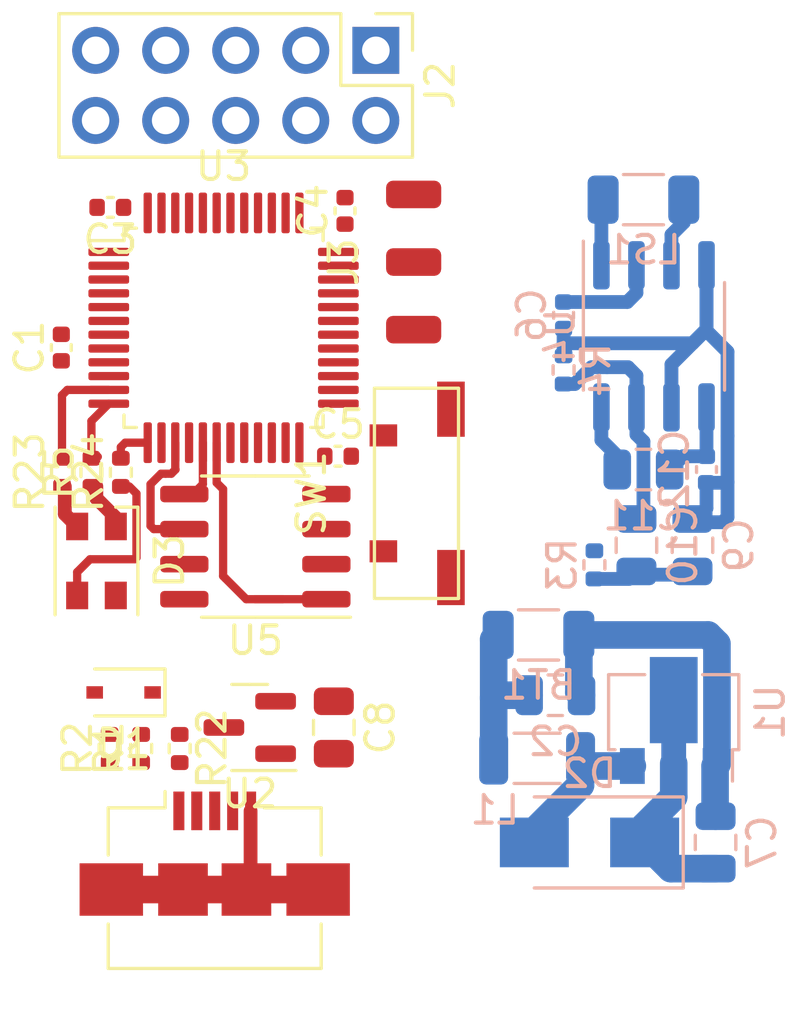
<source format=kicad_pcb>
(kicad_pcb (version 20211014) (generator pcbnew)
  (layers (0 "F.Cu" signal) (31 "B.Cu" signal) (34 "B.Paste" user) (35 "F.Paste" user) (36 "B.SilkS" user "B.Silkscreen") (37 "F.SilkS" user "F.Silkscreen") (38 "B.Mask" user) (39 "F.Mask" user) (44 "Edge.Cuts" user))
  (net 0 "")
  (net 1 "Net-(BT1-Pad1)")
  (net 2 "GND")
  (net 3 "+3.3V")
  (net 4 "+5V")
  (net 5 "Net-(C10-Pad1)")
  (net 6 "Net-(C10-Pad2)")
  (net 7 "Net-(C11-Pad1)")
  (net 8 "Net-(C11-Pad2)")
  (net 9 "Net-(D1-Pad2)")
  (net 10 "Net-(D2-Pad2)")
  (net 11 "Net-(D3-Pad1)")
  (net 12 "Net-(D3-Pad2)")
  (net 13 "Net-(D3-Pad3)")
  (net 14 "Net-(J1-Pad2)")
  (net 15 "Net-(J1-Pad3)")
  (net 17 "Net-(LS1-Pad1)")
  (net 18 "Net-(LS1-Pad2)")
  (net 19 "Net-(R1-Pad2)")
  (net 20 "Net-(R2-Pad2)")
  (net 21 "Net-(SW1-Pad2)")
  (net 42 "Net-(U3-Pad16)")
  (net 43 "Net-(U3-Pad18)")
  (net 44 "Net-(U3-Pad39)")
  (net 45 "Net-(U3-Pad40)")
  (net 46 "Net-(U3-Pad41)")
  (net 47 "Net-(U3-Pad42)")
  (net 48 "Net-(U3-Pad43)")
  (net 49 "Net-(U3-Pad19)")
  (net 50 "Net-(U3-Pad12)")
  (net 51 "Net-(U3-Pad13)")
  (net 52 "Net-(U3-Pad11)")
  (net 53 "Net-(U3-Pad15)")
  (net 54 "Net-(U3-Pad17)")
  (net 55 "Net-(U3-Pad34)")
  (net 56 "Net-(U3-Pad37)")
  (footprint "Capacitor_SMD:C_0805_2012Metric" (layer "F.Cu") (at 125.8316 77.0128 -90)
    (fp_text reference "C8" (at 0 -1.68 90) (layer "F.SilkS"))
    (fp_text value "10uF")
    (fp_line (start -0.261252 -0.735) (end 0.261252 -0.735) (layer "F.SilkS") (width 0.12))
    (fp_line (start -0.261252 0.735) (end 0.261252 0.735) (layer "F.SilkS") (width 0.12))
    (pad "1" smd roundrect (at -0.95 0 270) (size 1 1.45) (layers "F.Cu" "F.Paste" "F.Mask") (net 3 "+3.3V"))
    (pad "2" smd roundrect (at 0.95 0 270) (size 1 1.45) (layers "F.Cu" "F.Paste" "F.Mask") (net 2 "GND"))
  )
  (footprint "Capacitor_SMD:C_0402_1005Metric" (layer "F.Cu") (at 115.951 63.246 90)
    (fp_text reference "C1" (at 0 -1.16 90) (layer "F.SilkS"))
    (fp_text value "0.1uF")
    (fp_line (start -0.107836 0.36) (end 0.107836 0.36) (layer "F.SilkS") (width 0.12))
    (fp_line (start -0.107836 -0.36) (end 0.107836 -0.36) (layer "F.SilkS") (width 0.12))
    (pad "1" smd roundrect (at -0.48 0 90) (size 0.56 0.62) (layers "F.Cu" "F.Paste" "F.Mask") (net 3 "+3.3V"))
    (pad "2" smd roundrect (at 0.48 0 90) (size 0.56 0.62) (layers "F.Cu" "F.Paste" "F.Mask") (net 2 "GND"))
  )
  (footprint "Capacitor_SMD:C_0402_1005Metric" (layer "F.Cu") (at 125.984 67.183)
    (fp_text reference "C5" (at 0 -1.16) (layer "F.SilkS"))
    (fp_text value "0.1uF")
    (fp_line (start -0.107836 -0.36) (end 0.107836 -0.36) (layer "F.SilkS") (width 0.12))
    (fp_line (start -0.107836 0.36) (end 0.107836 0.36) (layer "F.SilkS") (width 0.12))
    (pad "1" smd roundrect (at -0.48 0) (size 0.56 0.62) (layers "F.Cu" "F.Paste" "F.Mask") (net 3 "+3.3V"))
    (pad "2" smd roundrect (at 0.48 0) (size 0.56 0.62) (layers "F.Cu" "F.Paste" "F.Mask") (net 2 "GND"))
  )
  (footprint "Resistor_SMD:R_0402_1005Metric" (layer "F.Cu") (at 120.2436 77.7748 -90)
    (fp_text reference "R22" (at 0 -1.17 90) (layer "F.SilkS"))
    (fp_text value "10k")
    (fp_line (start -0.153641 -0.38) (end 0.153641 -0.38) (layer "F.SilkS") (width 0.12))
    (fp_line (start -0.153641 0.38) (end 0.153641 0.38) (layer "F.SilkS") (width 0.12))
    (pad "1" smd roundrect (at -0.51 0 270) (size 0.54 0.64) (layers "F.Cu" "F.Paste" "F.Mask") (net 4 "+5V"))
    (pad "2" smd roundrect (at 0.51 0 270) (size 0.54 0.64) (layers "F.Cu" "F.Paste" "F.Mask") (net 19 "Net-(R1-Pad2)"))
  )
  (footprint "Resistor_SMD:R_0402_1005Metric" (layer "F.Cu") (at 115.9764 67.7672 90)
    (fp_text reference "R23" (at 0 -1.17 90) (layer "F.SilkS"))
    (fp_text value "30")
    (fp_line (start -0.153641 0.38) (end 0.153641 0.38) (layer "F.SilkS") (width 0.12))
    (fp_line (start -0.153641 -0.38) (end 0.153641 -0.38) (layer "F.SilkS") (width 0.12))
    (pad "1" smd roundrect (at -0.51 0 90) (size 0.54 0.64) (layers "F.Cu" "F.Paste" "F.Mask") (net 12 "Net-(D3-Pad2)"))
    (pad "2" smd roundrect (at 0.51 0 90) (size 0.54 0.64) (layers "F.Cu" "F.Paste" "F.Mask") (net 52 "Net-(U3-Pad11)"))
  )
  (footprint "belkin:3WIRE_PADS" (layer "F.Cu") (at 128.7272 60.1472 90)
    (fp_text reference "J3" (at 0 -2.54 90) (layer "F.SilkS"))
    (fp_text value "swd")
    (pad "1" smd roundrect (at -2.45 0 90) (size 1 2) (layers "F.Cu" "F.Paste" "F.Mask") (net 55 "Net-(U3-Pad34)"))
    (pad "2" smd roundrect (at 0 0 90) (size 1 2) (layers "F.Cu" "F.Paste" "F.Mask") (net 2 "GND"))
    (pad "3" smd roundrect (at 2.45 0 90) (size 1 2) (layers "F.Cu" "F.Paste" "F.Mask") (net 56 "Net-(U3-Pad37)"))
  )
  (footprint "Package_QFP:LQFP-48_7x7mm_P0.5mm" (layer "F.Cu") (at 121.834 62.53)
    (fp_text reference "U3" (at 0 -5.85) (layer "F.SilkS"))
    (fp_text value "STM32F103C6Tx")
    (fp_line (start 3.16 3.61) (end 3.61 3.61) (layer "F.SilkS") (width 0.12))
    (fp_line (start 3.16 -3.61) (end 3.61 -3.61) (layer "F.SilkS") (width 0.12))
    (fp_line (start -3.61 3.61) (end -3.61 3.16) (layer "F.SilkS") (width 0.12))
    (fp_line (start -3.16 3.61) (end -3.61 3.61) (layer "F.SilkS") (width 0.12))
    (fp_line (start 3.61 3.61) (end 3.61 3.16) (layer "F.SilkS") (width 0.12))
    (fp_line (start -3.61 -3.61) (end -3.61 -3.16) (layer "F.SilkS") (width 0.12))
    (fp_line (start 3.61 -3.61) (end 3.61 -3.16) (layer "F.SilkS") (width 0.12))
    (fp_line (start -3.61 -3.16) (end -4.9 -3.16) (layer "F.SilkS") (width 0.12))
    (fp_line (start -3.16 -3.61) (end -3.61 -3.61) (layer "F.SilkS") (width 0.12))
    (pad "1" smd roundrect (at -4.1625 -2.75) (size 1.475 0.3) (layers "F.Cu" "F.Paste" "F.Mask") (net 3 "+3.3V"))
    (pad "2" smd roundrect (at -4.1625 -2.25) (size 1.475 0.3) (layers "F.Cu" "F.Paste" "F.Mask"))
    (pad "3" smd roundrect (at -4.1625 -1.75) (size 1.475 0.3) (layers "F.Cu" "F.Paste" "F.Mask"))
    (pad "4" smd roundrect (at -4.1625 -1.25) (size 1.475 0.3) (layers "F.Cu" "F.Paste" "F.Mask"))
    (pad "5" smd roundrect (at -4.1625 -0.75) (size 1.475 0.3) (layers "F.Cu" "F.Paste" "F.Mask"))
    (pad "6" smd roundrect (at -4.1625 -0.25) (size 1.475 0.3) (layers "F.Cu" "F.Paste" "F.Mask"))
    (pad "7" smd roundrect (at -4.1625 0.25) (size 1.475 0.3) (layers "F.Cu" "F.Paste" "F.Mask"))
    (pad "8" smd roundrect (at -4.1625 0.75) (size 1.475 0.3) (layers "F.Cu" "F.Paste" "F.Mask") (net 2 "GND"))
    (pad "9" smd roundrect (at -4.1625 1.25) (size 1.475 0.3) (layers "F.Cu" "F.Paste" "F.Mask") (net 3 "+3.3V"))
    (pad "10" smd roundrect (at -4.1625 1.75) (size 1.475 0.3) (layers "F.Cu" "F.Paste" "F.Mask"))
    (pad "11" smd roundrect (at -4.1625 2.25) (size 1.475 0.3) (layers "F.Cu" "F.Paste" "F.Mask") (net 52 "Net-(U3-Pad11)"))
    (pad "12" smd roundrect (at -4.1625 2.75) (size 1.475 0.3) (layers "F.Cu" "F.Paste" "F.Mask") (net 50 "Net-(U3-Pad12)"))
    (pad "13" smd roundrect (at -2.75 4.1625) (size 0.3 1.475) (layers "F.Cu" "F.Paste" "F.Mask") (net 51 "Net-(U3-Pad13)"))
    (pad "14" smd roundrect (at -2.25 4.1625) (size 0.3 1.475) (layers "F.Cu" "F.Paste" "F.Mask"))
    (pad "15" smd roundrect (at -1.75 4.1625) (size 0.3 1.475) (layers "F.Cu" "F.Paste" "F.Mask") (net 53 "Net-(U3-Pad15)"))
    (pad "16" smd roundrect (at -1.25 4.1625) (size 0.3 1.475) (layers "F.Cu" "F.Paste" "F.Mask") (net 42 "Net-(U3-Pad16)"))
    (pad "17" smd roundrect (at -0.75 4.1625) (size 0.3 1.475) (layers "F.Cu" "F.Paste" "F.Mask") (net 54 "Net-(U3-Pad17)"))
    (pad "18" smd roundrect (at -0.25 4.1625) (size 0.3 1.475) (layers "F.Cu" "F.Paste" "F.Mask") (net 43 "Net-(U3-Pad18)"))
    (pad "19" smd roundrect (at 0.25 4.1625) (size 0.3 1.475) (layers "F.Cu" "F.Paste" "F.Mask") (net 49 "Net-(U3-Pad19)"))
    (pad "20" smd roundrect (at 0.75 4.1625) (size 0.3 1.475) (layers "F.Cu" "F.Paste" "F.Mask"))
    (pad "21" smd roundrect (at 1.25 4.1625) (size 0.3 1.475) (layers "F.Cu" "F.Paste" "F.Mask"))
    (pad "22" smd roundrect (at 1.75 4.1625) (size 0.3 1.475) (layers "F.Cu" "F.Paste" "F.Mask"))
    (pad "23" smd roundrect (at 2.25 4.1625) (size 0.3 1.475) (layers "F.Cu" "F.Paste" "F.Mask") (net 2 "GND"))
    (pad "24" smd roundrect (at 2.75 4.1625) (size 0.3 1.475) (layers "F.Cu" "F.Paste" "F.Mask") (net 3 "+3.3V"))
    (pad "25" smd roundrect (at 4.1625 2.75) (size 1.475 0.3) (layers "F.Cu" "F.Paste" "F.Mask"))
    (pad "26" smd roundrect (at 4.1625 2.25) (size 1.475 0.3) (layers "F.Cu" "F.Paste" "F.Mask"))
    (pad "27" smd roundrect (at 4.1625 1.75) (size 1.475 0.3) (layers "F.Cu" "F.Paste" "F.Mask"))
    (pad "28" smd roundrect (at 4.1625 1.25) (size 1.475 0.3) (layers "F.Cu" "F.Paste" "F.Mask"))
    (pad "29" smd roundrect (at 4.1625 0.75) (size 1.475 0.3) (layers "F.Cu" "F.Paste" "F.Mask"))
    (pad "30" smd roundrect (at 4.1625 0.25) (size 1.475 0.3) (layers "F.Cu" "F.Paste" "F.Mask"))
    (pad "31" smd roundrect (at 4.1625 -0.25) (size 1.475 0.3) (layers "F.Cu" "F.Paste" "F.Mask"))
    (pad "32" smd roundrect (at 4.1625 -0.75) (size 1.475 0.3) (layers "F.Cu" "F.Paste" "F.Mask") (net 20 "Net-(R2-Pad2)"))
    (pad "33" smd roundrect (at 4.1625 -1.25) (size 1.475 0.3) (layers "F.Cu" "F.Paste" "F.Mask") (net 19 "Net-(R1-Pad2)"))
    (pad "34" smd roundrect (at 4.1625 -1.75) (size 1.475 0.3) (layers "F.Cu" "F.Paste" "F.Mask") (net 55 "Net-(U3-Pad34)"))
    (pad "35" smd roundrect (at 4.1625 -2.25) (size 1.475 0.3) (layers "F.Cu" "F.Paste" "F.Mask") (net 2 "GND"))
    (pad "36" smd roundrect (at 4.1625 -2.75) (size 1.475 0.3) (layers "F.Cu" "F.Paste" "F.Mask") (net 3 "+3.3V"))
    (pad "37" smd roundrect (at 2.75 -4.1625) (size 0.3 1.475) (layers "F.Cu" "F.Paste" "F.Mask") (net 56 "Net-(U3-Pad37)"))
    (pad "38" smd roundrect (at 2.25 -4.1625) (size 0.3 1.475) (layers "F.Cu" "F.Paste" "F.Mask"))
    (pad "39" smd roundrect (at 1.75 -4.1625) (size 0.3 1.475) (layers "F.Cu" "F.Paste" "F.Mask") (net 44 "Net-(U3-Pad39)"))
    (pad "40" smd roundrect (at 1.25 -4.1625) (size 0.3 1.475) (layers "F.Cu" "F.Paste" "F.Mask") (net 45 "Net-(U3-Pad40)"))
    (pad "41" smd roundrect (at 0.75 -4.1625) (size 0.3 1.475) (layers "F.Cu" "F.Paste" "F.Mask") (net 46 "Net-(U3-Pad41)"))
    (pad "42" smd roundrect (at 0.25 -4.1625) (size 0.3 1.475) (layers "F.Cu" "F.Paste" "F.Mask") (net 47 "Net-(U3-Pad42)"))
    (pad "43" smd roundrect (at -0.25 -4.1625) (size 0.3 1.475) (layers "F.Cu" "F.Paste" "F.Mask") (net 48 "Net-(U3-Pad43)"))
    (pad "44" smd roundrect (at -0.75 -4.1625) (size 0.3 1.475) (layers "F.Cu" "F.Paste" "F.Mask") (net 2 "GND"))
    (pad "45" smd roundrect (at -1.25 -4.1625) (size 0.3 1.475) (layers "F.Cu" "F.Paste" "F.Mask"))
    (pad "46" smd roundrect (at -1.75 -4.1625) (size 0.3 1.475) (layers "F.Cu" "F.Paste" "F.Mask") (net 21 "Net-(SW1-Pad2)"))
    (pad "47" smd roundrect (at -2.25 -4.1625) (size 0.3 1.475) (layers "F.Cu" "F.Paste" "F.Mask") (net 2 "GND"))
    (pad "48" smd roundrect (at -2.75 -4.1625) (size 0.3 1.475) (layers "F.Cu" "F.Paste" "F.Mask") (net 3 "+3.3V"))
  )
  (footprint "Package_TO_SOT_SMD:SOT-23" (layer "F.Cu") (at 122.7836 77.0128 180)
    (fp_text reference "U2" (at 0 -2.4) (layer "F.SilkS"))
    (fp_text value "XC6206P333MR")
    (fp_line (start 0 -1.56) (end 0.65 -1.56) (layer "F.SilkS") (width 0.12))
    (fp_line (start 0 1.56) (end -0.65 1.56) (layer "F.SilkS") (width 0.12))
    (fp_line (start 0 -1.56) (end -1.675 -1.56) (layer "F.SilkS") (width 0.12))
    (fp_line (start 0 1.56) (end 0.65 1.56) (layer "F.SilkS") (width 0.12))
    (pad "1" smd roundrect (at -0.9375 -0.95 180) (size 1.475 0.6) (layers "F.Cu" "F.Paste" "F.Mask") (net 2 "GND"))
    (pad "2" smd roundrect (at -0.9375 0.95 180) (size 1.475 0.6) (layers "F.Cu" "F.Paste" "F.Mask") (net 3 "+3.3V"))
    (pad "3" smd roundrect (at 0.9375 0 180) (size 1.475 0.6) (layers "F.Cu" "F.Paste" "F.Mask") (net 4 "+5V"))
  )
  (footprint "Resistor_SMD:R_0402_1005Metric" (layer "F.Cu") (at 118.8466 77.7748 90)
    (fp_text reference "R1" (at 0 -1.17 90) (layer "F.SilkS"))
    (fp_text value "30")
    (fp_line (start -0.153641 -0.38) (end 0.153641 -0.38) (layer "F.SilkS") (width 0.12))
    (fp_line (start -0.153641 0.38) (end 0.153641 0.38) (layer "F.SilkS") (width 0.12))
    (pad "1" smd roundrect (at -0.51 0 90) (size 0.54 0.64) (layers "F.Cu" "F.Paste" "F.Mask") (net 15 "Net-(J1-Pad3)"))
    (pad "2" smd roundrect (at 0.51 0 90) (size 0.54 0.64) (layers "F.Cu" "F.Paste" "F.Mask") (net 19 "Net-(R1-Pad2)"))
  )
  (footprint "Resistor_SMD:R_0402_1005Metric" (layer "F.Cu") (at 117.0432 67.7672 90)
    (fp_text reference "R5" (at 0 -1.17 90) (layer "F.SilkS"))
    (fp_text value "30")
    (fp_line (start -0.153641 -0.38) (end 0.153641 -0.38) (layer "F.SilkS") (width 0.12))
    (fp_line (start -0.153641 0.38) (end 0.153641 0.38) (layer "F.SilkS") (width 0.12))
    (pad "1" smd roundrect (at -0.51 0 90) (size 0.54 0.64) (layers "F.Cu" "F.Paste" "F.Mask") (net 11 "Net-(D3-Pad1)"))
    (pad "2" smd roundrect (at 0.51 0 90) (size 0.54 0.64) (layers "F.Cu" "F.Paste" "F.Mask") (net 50 "Net-(U3-Pad12)"))
  )
  (footprint "Resistor_SMD:R_0402_1005Metric" (layer "F.Cu") (at 117.7036 77.7748 90)
    (fp_text reference "R2" (at 0 -1.17 90) (layer "F.SilkS"))
    (fp_text value "30")
    (fp_line (start -0.153641 -0.38) (end 0.153641 -0.38) (layer "F.SilkS") (width 0.12))
    (fp_line (start -0.153641 0.38) (end 0.153641 0.38) (layer "F.SilkS") (width 0.12))
    (pad "1" smd roundrect (at -0.51 0 90) (size 0.54 0.64) (layers "F.Cu" "F.Paste" "F.Mask") (net 14 "Net-(J1-Pad2)"))
    (pad "2" smd roundrect (at 0.51 0 90) (size 0.54 0.64) (layers "F.Cu" "F.Paste" "F.Mask") (net 20 "Net-(R2-Pad2)"))
  )
  (footprint "Capacitor_SMD:C_0402_1005Metric" (layer "F.Cu") (at 126.238 58.293 90)
    (fp_text reference "C4" (at 0 -1.16 90) (layer "F.SilkS"))
    (fp_text value "0.1uF")
    (fp_line (start -0.107836 -0.36) (end 0.107836 -0.36) (layer "F.SilkS") (width 0.12))
    (fp_line (start -0.107836 0.36) (end 0.107836 0.36) (layer "F.SilkS") (width 0.12))
    (pad "1" smd roundrect (at -0.48 0 90) (size 0.56 0.62) (layers "F.Cu" "F.Paste" "F.Mask") (net 3 "+3.3V"))
    (pad "2" smd roundrect (at 0.48 0 90) (size 0.56 0.62) (layers "F.Cu" "F.Paste" "F.Mask") (net 2 "GND"))
  )
  (footprint "Diode_SMD:D_SOD-323" (layer "F.Cu") (at 118.2116 75.7428 180)
    (fp_text reference "D1" (at 0 -1.85) (layer "F.SilkS"))
    (fp_text value "1N5822")
    (fp_line (start -1.5 -0.85) (end -1.5 0.85) (layer "F.SilkS") (width 0.12))
    (fp_line (start -1.5 -0.85) (end 1.05 -0.85) (layer "F.SilkS") (width 0.12))
    (fp_line (start -1.5 0.85) (end 1.05 0.85) (layer "F.SilkS") (width 0.12))
    (pad "1" smd rect (at -1.05 0 180) (size 0.6 0.45) (layers "F.Cu" "F.Paste" "F.Mask") (net 4 "+5V"))
    (pad "2" smd rect (at 1.05 0 180) (size 0.6 0.45) (layers "F.Cu" "F.Paste" "F.Mask") (net 9 "Net-(D1-Pad2)"))
  )
  (footprint "belkin:smd_sw_ali" (layer "F.Cu") (at 128.8288 68.5292 -90)
    (fp_text reference "SW1" (at 0 3.81 90) (layer "F.SilkS"))
    (fp_text value "menu")
    (fp_line (start -3.81 -1.524) (end 3.81 -1.524) (layer "F.SilkS") (width 0.12))
    (fp_line (start -3.81 1.524) (end -3.81 -1.524) (layer "F.SilkS") (width 0.12))
    (fp_line (start 3.81 -1.524) (end 3.81 1.524) (layer "F.SilkS") (width 0.12))
    (fp_line (start 3.81 1.524) (end -3.81 1.524) (layer "F.SilkS") (width 0.12))
    (pad "0" smd rect (at -3.05 -1.25 270) (size 2 1) (layers "F.Cu" "F.Paste" "F.Mask"))
    (pad "0" smd rect (at 3.05 -1.25 270) (size 2 1) (layers "F.Cu" "F.Paste" "F.Mask"))
    (pad "1" smd rect (at -2.1 1.2 270) (size 0.8 1) (layers "F.Cu" "F.Paste" "F.Mask") (net 2 "GND"))
    (pad "2" smd rect (at 2.1 1.2 270) (size 0.8 1) (layers "F.Cu" "F.Paste" "F.Mask") (net 21 "Net-(SW1-Pad2)"))
  )
  (footprint "Resistor_SMD:R_0402_1005Metric" (layer "F.Cu") (at 118.11 67.7672 90)
    (fp_text reference "R24" (at 0 -1.17 90) (layer "F.SilkS"))
    (fp_text value "30")
    (fp_line (start -0.153641 0.38) (end 0.153641 0.38) (layer "F.SilkS") (width 0.12))
    (fp_line (start -0.153641 -0.38) (end 0.153641 -0.38) (layer "F.SilkS") (width 0.12))
    (pad "1" smd roundrect (at -0.51 0 90) (size 0.54 0.64) (layers "F.Cu" "F.Paste" "F.Mask") (net 13 "Net-(D3-Pad3)"))
    (pad "2" smd roundrect (at 0.51 0 90) (size 0.54 0.64) (layers "F.Cu" "F.Paste" "F.Mask") (net 51 "Net-(U3-Pad13)"))
  )
  (footprint "Package_SO:SO-8_3.9x4.9mm_P1.27mm" (layer "F.Cu") (at 122.9868 70.4596 180)
    (fp_text reference "U5" (at 0 -3.4) (layer "F.SilkS"))
    (fp_text value "AT25xxx")
    (fp_line (start 0 -2.56) (end -3.45 -2.56) (layer "F.SilkS") (width 0.12))
    (fp_line (start 0 2.56) (end 1.95 2.56) (layer "F.SilkS") (width 0.12))
    (fp_line (start 0 2.56) (end -1.95 2.56) (layer "F.SilkS") (width 0.12))
    (fp_line (start 0 -2.56) (end 1.95 -2.56) (layer "F.SilkS") (width 0.12))
    (pad "1" smd roundrect (at -2.575 -1.905 180) (size 1.75 0.6) (layers "F.Cu" "F.Paste" "F.Mask") (net 43 "Net-(U3-Pad18)"))
    (pad "2" smd roundrect (at -2.575 -0.635 180) (size 1.75 0.6) (layers "F.Cu" "F.Paste" "F.Mask") (net 42 "Net-(U3-Pad16)"))
    (pad "3" smd roundrect (at -2.575 0.635 180) (size 1.75 0.6) (layers "F.Cu" "F.Paste" "F.Mask") (net 3 "+3.3V"))
    (pad "4" smd roundrect (at -2.575 1.905 180) (size 1.75 0.6) (layers "F.Cu" "F.Paste" "F.Mask") (net 2 "GND"))
    (pad "5" smd roundrect (at 2.575 1.905 180) (size 1.75 0.6) (layers "F.Cu" "F.Paste" "F.Mask") (net 54 "Net-(U3-Pad17)"))
    (pad "6" smd roundrect (at 2.575 0.635 180) (size 1.75 0.6) (layers "F.Cu" "F.Paste" "F.Mask") (net 53 "Net-(U3-Pad15)"))
    (pad "7" smd roundrect (at 2.575 -0.635 180) (size 1.75 0.6) (layers "F.Cu" "F.Paste" "F.Mask") (net 3 "+3.3V"))
    (pad "8" smd roundrect (at 2.575 -1.905 180) (size 1.75 0.6) (layers "F.Cu" "F.Paste" "F.Mask") (net 3 "+3.3V"))
  )
  (footprint "Capacitor_SMD:C_0402_1005Metric" (layer "F.Cu") (at 117.729 58.166 180)
    (fp_text reference "C3" (at 0 -1.16) (layer "F.SilkS"))
    (fp_text value "0.1uF")
    (fp_line (start -0.107836 0.36) (end 0.107836 0.36) (layer "F.SilkS") (width 0.12))
    (fp_line (start -0.107836 -0.36) (end 0.107836 -0.36) (layer "F.SilkS") (width 0.12))
    (pad "1" smd roundrect (at -0.48 0 180) (size 0.56 0.62) (layers "F.Cu" "F.Paste" "F.Mask") (net 3 "+3.3V"))
    (pad "2" smd roundrect (at 0.48 0 180) (size 0.56 0.62) (layers "F.Cu" "F.Paste" "F.Mask") (net 2 "GND"))
  )
  (footprint "Connector_USB:USB_Micro-B_Amphenol_10104110_Horizontal" (layer "F.Cu") (at 121.5136 81.5848)
    (fp_text reference "J1" (at -3.175 -3.55) (layer "F.SilkS"))
    (fp_text value "upd_song")
    (fp_line (start -3.86 -1.66) (end -1.8 -1.66) (layer "F.SilkS") (width 0.12))
    (fp_line (start 3.86 0.05) (end 3.86 -1.66) (layer "F.SilkS") (width 0.12))
    (fp_line (start 3.86 -1.66) (end 1.8 -1.66) (layer "F.SilkS") (width 0.12))
    (fp_line (start 3.86 4.16) (end 3.86 2.55) (layer "F.SilkS") (width 0.12))
    (fp_line (start -3.86 0.05) (end -3.86 -1.66) (layer "F.SilkS") (width 0.12))
    (fp_line (start -1.8 -1.66) (end -1.8 -2.25) (layer "F.SilkS") (width 0.12))
    (fp_line (start -3.86 4.16) (end -3.86 2.55) (layer "F.SilkS") (width 0.12))
    (fp_line (start -3.86 4.16) (end 3.86 4.16) (layer "F.SilkS") (width 0.12))
    (pad "1" smd rect (at -1.3 -1.55) (size 0.4 1.4) (layers "F.Cu" "F.Paste" "F.Mask") (net 9 "Net-(D1-Pad2)"))
    (pad "2" smd rect (at -0.65 -1.55) (size 0.4 1.4) (layers "F.Cu" "F.Paste" "F.Mask") (net 14 "Net-(J1-Pad2)"))
    (pad "3" smd rect (at 0 -1.55) (size 0.4 1.4) (layers "F.Cu" "F.Paste" "F.Mask") (net 15 "Net-(J1-Pad3)"))
    (pad "4" smd rect (at 0.65 -1.55) (size 0.4 1.4) (layers "F.Cu" "F.Paste" "F.Mask"))
    (pad "5" smd rect (at 1.3 -1.55) (size 0.4 1.4) (layers "F.Cu" "F.Paste" "F.Mask") (net 2 "GND"))
    (pad "6" smd rect (at 3.75 1.3) (size 2.3 1.9) (layers "F.Cu" "F.Paste" "F.Mask") (net 2 "GND"))
    (pad "6" smd rect (at -3.75 1.3) (size 2.3 1.9) (layers "F.Cu" "F.Paste" "F.Mask") (net 2 "GND"))
    (pad "6" smd rect (at -1.15 1.3) (size 1.8 1.9) (layers "F.Cu" "F.Paste" "F.Mask") (net 2 "GND"))
    (pad "6" smd rect (at 1.15 1.3) (size 1.8 1.9) (layers "F.Cu" "F.Paste" "F.Mask") (net 2 "GND"))
  )
  (footprint "Connector_PinHeader_2.54mm:PinHeader_2x05_P2.54mm_Vertical" (layer "F.Cu") (at 127.3556 52.4764 -90)
    (fp_text reference "J2" (at 1.27 -2.33 -90) (layer "F.SilkS"))
    (fp_text value "select")
    (fp_line (start -1.33 0) (end -1.33 -1.33) (layer "F.SilkS") (width 0.12))
    (fp_line (start -1.33 1.27) (end -1.33 11.49) (layer "F.SilkS") (width 0.12))
    (fp_line (start 1.27 1.27) (end 1.27 -1.33) (layer "F.SilkS") (width 0.12))
    (fp_line (start -1.33 1.27) (end 1.27 1.27) (layer "F.SilkS") (width 0.12))
    (fp_line (start 1.27 -1.33) (end 3.87 -1.33) (layer "F.SilkS") (width 0.12))
    (fp_line (start 3.87 -1.33) (end 3.87 11.49) (layer "F.SilkS") (width 0.12))
    (fp_line (start -1.33 -1.33) (end 0 -1.33) (layer "F.SilkS") (width 0.12))
    (fp_line (start -1.33 11.49) (end 3.87 11.49) (layer "F.SilkS") (width 0.12))
    (pad "1" thru_hole rect (at 0 0 270) (size 1.7 1.7) (drill 1) (layers *.Cu *.Mask) (net 2 "GND"))
    (pad "2" thru_hole oval (at 2.54 0 270) (size 1.7 1.7) (drill 1) (layers *.Cu *.Mask) (net 44 "Net-(U3-Pad39)"))
    (pad "3" thru_hole oval (at 0 2.54 270) (size 1.7 1.7) (drill 1) (layers *.Cu *.Mask) (net 2 "GND"))
    (pad "4" thru_hole oval (at 2.54 2.54 270) (size 1.7 1.7) (drill 1) (layers *.Cu *.Mask) (net 45 "Net-(U3-Pad40)"))
    (pad "5" thru_hole oval (at 0 5.08 270) (size 1.7 1.7) (drill 1) (layers *.Cu *.Mask) (net 2 "GND"))
    (pad "6" thru_hole oval (at 2.54 5.08 270) (size 1.7 1.7) (drill 1) (layers *.Cu *.Mask) (net 46 "Net-(U3-Pad41)"))
    (pad "7" thru_hole oval (at 0 7.62 270) (size 1.7 1.7) (drill 1) (layers *.Cu *.Mask) (net 2 "GND"))
    (pad "8" thru_hole oval (at 2.54 7.62 270) (size 1.7 1.7) (drill 1) (layers *.Cu *.Mask) (net 47 "Net-(U3-Pad42)"))
    (pad "9" thru_hole oval (at 0 10.16 270) (size 1.7 1.7) (drill 1) (layers *.Cu *.Mask) (net 2 "GND"))
    (pad "10" thru_hole oval (at 2.54 10.16 270) (size 1.7 1.7) (drill 1) (layers *.Cu *.Mask) (net 48 "Net-(U3-Pad43)"))
  )
  (footprint "LED_SMD:LED_Cree-PLCC4_3.2x2.8mm_CCW" (layer "F.Cu") (at 117.2264 70.9788 -90)
    (fp_text reference "D3" (at 0 -2.65 90) (layer "F.SilkS"))
    (fp_text value "disco")
    (fp_line (start -1.95 1.5) (end 1.95 1.5) (layer "F.SilkS") (width 0.12))
    (fp_line (start -1.95 -1.5) (end 1.95 -1.5) (layer "F.SilkS") (width 0.12))
    (fp_line (start -1.95 -0.7) (end -1.95 -1.5) (layer "F.SilkS") (width 0.12))
    (pad "1" smd rect (at -1.25 -0.7 270) (size 1 0.8) (layers "F.Cu" "F.Paste" "F.Mask") (net 11 "Net-(D3-Pad1)"))
    (pad "2" smd rect (at -1.25 0.7 270) (size 1 0.8) (layers "F.Cu" "F.Paste" "F.Mask") (net 12 "Net-(D3-Pad2)"))
    (pad "3" smd rect (at 1.25 0.7 270) (size 1 0.8) (layers "F.Cu" "F.Paste" "F.Mask") (net 13 "Net-(D3-Pad3)"))
    (pad "4" smd rect (at 1.25 -0.7 270) (size 1 0.8) (layers "F.Cu" "F.Paste" "F.Mask") (net 3 "+3.3V"))
  )
  (footprint "Capacitor_SMD:C_0805_2012Metric" (layer "B.Cu") (at 136.8044 70.4088 90)
    (fp_text reference "C10" (at 0 1.68 90) (layer "B.SilkS") (effects (justify mirror)))
    (fp_text value "1uF")
    (fp_line (start -0.261252 -0.735) (end 0.261252 -0.735) (layer "B.SilkS") (width 0.12))
    (fp_line (start -0.261252 0.735) (end 0.261252 0.735) (layer "B.SilkS") (width 0.12))
    (pad "1" smd roundrect (at -0.95 0 90) (size 1 1.45) (layers "B.Cu" "B.Paste" "B.Mask") (net 5 "Net-(C10-Pad1)"))
    (pad "2" smd roundrect (at 0.95 0 90) (size 1 1.45) (layers "B.Cu" "B.Paste" "B.Mask") (net 6 "Net-(C10-Pad2)"))
  )
  (footprint "Diode_SMD:D_SMA" (layer "B.Cu") (at 135.10135 81.1784 180)
    (fp_text reference "D2" (at 0 2.5) (layer "B.SilkS") (effects (justify mirror)))
    (fp_text value "1N5822")
    (fp_line (start -3.4 1.65) (end -3.4 -1.65) (layer "B.SilkS") (width 0.12))
    (fp_line (start -3.4 -1.65) (end 2 -1.65) (layer "B.SilkS") (width 0.12))
    (fp_line (start -3.4 1.65) (end 2 1.65) (layer "B.SilkS") (width 0.12))
    (pad "1" smd rect (at -2 0 180) (size 2.5 1.8) (layers "B.Cu" "B.Paste" "B.Mask") (net 4 "+5V"))
    (pad "2" smd rect (at 2 0 180) (size 2.5 1.8) (layers "B.Cu" "B.Paste" "B.Mask") (net 10 "Net-(D2-Pad2)"))
  )
  (footprint "Inductor_SMD:L_1206_3216Metric" (layer "B.Cu") (at 133.20315 78.1304)
    (fp_text reference "L1" (at -1.5306 1.8746) (layer "B.SilkS") (effects (justify mirror)))
    (fp_text value "47uH")
    (fp_line (start -0.835242 0.91) (end 0.835242 0.91) (layer "B.SilkS") (width 0.12))
    (fp_line (start -0.835242 -0.91) (end 0.835242 -0.91) (layer "B.SilkS") (width 0.12))
    (pad "1" smd roundrect (at -1.575 0) (size 1.05 1.9) (layers "B.Cu" "B.Paste" "B.Mask") (roundrect_rratio 0.238095) (net 1 "Net-(BT1-Pad1)"))
    (pad "2" smd roundrect (at 1.575 0) (size 1.05 1.9) (layers "B.Cu" "B.Paste" "B.Mask") (roundrect_rratio 0.238095) (net 10 "Net-(D2-Pad2)"))
  )
  (footprint "Capacitor_SMD:C_0805_2012Metric" (layer "B.Cu") (at 133.86335 75.8444)
    (fp_text reference "C2" (at 0 1.68) (layer "B.SilkS") (effects (justify mirror)))
    (fp_text value "10uF")
    (fp_line (start -0.261252 0.735) (end 0.261252 0.735) (layer "B.SilkS") (width 0.12))
    (fp_line (start -0.261252 -0.735) (end 0.261252 -0.735) (layer "B.SilkS") (width 0.12))
    (pad "1" smd roundrect (at -0.95 0) (size 1 1.45) (layers "B.Cu" "B.Paste" "B.Mask") (net 1 "Net-(BT1-Pad1)"))
    (pad "2" smd roundrect (at 0.95 0) (size 1 1.45) (layers "B.Cu" "B.Paste" "B.Mask") (net 2 "GND"))
  )
  (footprint "Capacitor_SMD:C_0805_2012Metric" (layer "B.Cu") (at 137.0584 67.6656)
    (fp_text reference "C11" (at 0 1.68) (layer "B.SilkS") (effects (justify mirror)))
    (fp_text value "10uF")
    (fp_line (start -0.261252 0.735) (end 0.261252 0.735) (layer "B.SilkS") (width 0.12))
    (fp_line (start -0.261252 -0.735) (end 0.261252 -0.735) (layer "B.SilkS") (width 0.12))
    (pad "1" smd roundrect (at -0.95 0) (size 1 1.45) (layers "B.Cu" "B.Paste" "B.Mask") (net 7 "Net-(C11-Pad1)"))
    (pad "2" smd roundrect (at 0.95 0) (size 1 1.45) (layers "B.Cu" "B.Paste" "B.Mask") (net 8 "Net-(C11-Pad2)"))
  )
  (footprint "Capacitor_SMD:C_0805_2012Metric" (layer "B.Cu") (at 139.67335 81.1784 90)
    (fp_text reference "C7" (at 0 1.68 90) (layer "B.SilkS") (effects (justify mirror)))
    (fp_text value "10uF")
    (fp_line (start -0.261252 -0.735) (end 0.261252 -0.735) (layer "B.SilkS") (width 0.12))
    (fp_line (start -0.261252 0.735) (end 0.261252 0.735) (layer "B.SilkS") (width 0.12))
    (pad "1" smd roundrect (at -0.95 0 90) (size 1 1.45) (layers "B.Cu" "B.Paste" "B.Mask") (net 4 "+5V"))
    (pad "2" smd roundrect (at 0.95 0 90) (size 1 1.45) (layers "B.Cu" "B.Paste" "B.Mask") (net 2 "GND"))
  )
  (footprint "Capacitor_SMD:C_0402_1005Metric" (layer "B.Cu") (at 134.1628 62.0756 -90)
    (fp_text reference "C6" (at 0 1.16 90) (layer "B.SilkS") (effects (justify mirror)))
    (fp_text value "0.1uF")
    (fp_line (start -0.107836 -0.36) (end 0.107836 -0.36) (layer "B.SilkS") (width 0.12))
    (fp_line (start -0.107836 0.36) (end 0.107836 0.36) (layer "B.SilkS") (width 0.12))
    (pad "1" smd roundrect (at -0.48 0 270) (size 0.56 0.62) (layers "B.Cu" "B.Paste" "B.Mask") (net 4 "+5V"))
    (pad "2" smd roundrect (at 0.48 0 270) (size 0.56 0.62) (layers "B.Cu" "B.Paste" "B.Mask") (net 2 "GND"))
  )
  (footprint "Capacitor_SMD:C_0805_2012Metric" (layer "B.Cu") (at 138.8364 70.4088 90)
    (fp_text reference "C9" (at 0 1.68 90) (layer "B.SilkS") (effects (justify mirror)))
    (fp_text value "1uF")
    (fp_line (start -0.261252 -0.735) (end 0.261252 -0.735) (layer "B.SilkS") (width 0.12))
    (fp_line (start -0.261252 0.735) (end 0.261252 0.735) (layer "B.SilkS") (width 0.12))
    (pad "1" smd roundrect (at -0.95 0 90) (size 1 1.45) (layers "B.Cu" "B.Paste" "B.Mask") (net 5 "Net-(C10-Pad1)"))
    (pad "2" smd roundrect (at 0.95 0 90) (size 1 1.45) (layers "B.Cu" "B.Paste" "B.Mask") (net 2 "GND"))
  )
  (footprint "Package_SO:SO-8_3.9x4.9mm_P1.27mm" (layer "B.Cu") (at 137.4394 62.8396 -90)
    (fp_text reference "U4" (at 0 3.4 90) (layer "B.SilkS") (effects (justify mirror)))
    (fp_text value "TDA2822")
    (fp_line (start 0 2.56) (end -3.45 2.56) (layer "B.SilkS") (width 0.12))
    (fp_line (start 0 2.56) (end 1.95 2.56) (layer "B.SilkS") (width 0.12))
    (fp_line (start 0 -2.56) (end 1.95 -2.56) (layer "B.SilkS") (width 0.12))
    (fp_line (start 0 -2.56) (end -1.95 -2.56) (layer "B.SilkS") (width 0.12))
    (pad "1" smd roundrect (at -2.575 1.905 270) (size 1.75 0.6) (layers "B.Cu" "B.Paste" "B.Mask") (net 17 "Net-(LS1-Pad1)"))
    (pad "2" smd roundrect (at -2.575 0.635 270) (size 1.75 0.6) (layers "B.Cu" "B.Paste" "B.Mask") (net 4 "+5V"))
    (pad "3" smd roundrect (at -2.575 -0.635 270) (size 1.75 0.6) (layers "B.Cu" "B.Paste" "B.Mask") (net 18 "Net-(LS1-Pad2)"))
    (pad "4" smd roundrect (at -2.575 -1.905 270) (size 1.75 0.6) (layers "B.Cu" "B.Paste" "B.Mask") (net 2 "GND"))
    (pad "5" smd roundrect (at 2.575 -1.905 270) (size 1.75 0.6) (layers "B.Cu" "B.Paste" "B.Mask") (net 8 "Net-(C11-Pad2)"))
    (pad "6" smd roundrect (at 2.575 -0.635 270) (size 1.75 0.6) (layers "B.Cu" "B.Paste" "B.Mask") (net 2 "GND"))
    (pad "7" smd roundrect (at 2.575 0.635 270) (size 1.75 0.6) (layers "B.Cu" "B.Paste" "B.Mask") (net 6 "Net-(C10-Pad2)"))
    (pad "8" smd roundrect (at 2.575 1.905 270) (size 1.75 0.6) (layers "B.Cu" "B.Paste" "B.Mask") (net 7 "Net-(C11-Pad1)"))
  )
  (footprint "Resistor_SMD:R_0402_1005Metric" (layer "B.Cu") (at 134.1628 64.0568 90)
    (fp_text reference "R4" (at 0 1.17 90) (layer "B.SilkS") (effects (justify mirror)))
    (fp_text value "10k")
    (fp_line (start -0.153641 0.38) (end 0.153641 0.38) (layer "B.SilkS") (width 0.12))
    (fp_line (start -0.153641 -0.38) (end 0.153641 -0.38) (layer "B.SilkS") (width 0.12))
    (pad "1" smd roundrect (at -0.51 0 90) (size 0.54 0.64) (layers "B.Cu" "B.Paste" "B.Mask") (net 6 "Net-(C10-Pad2)"))
    (pad "2" smd roundrect (at 0.51 0 90) (size 0.54 0.64) (layers "B.Cu" "B.Paste" "B.Mask") (net 2 "GND"))
  )
  (footprint "Resistor_SMD:R_1206_3216Metric" (layer "B.Cu") (at 133.25375 73.66)
    (fp_text reference "BT1" (at 0 1.82) (layer "B.SilkS") (effects (justify mirror)))
    (fp_text value "AAA")
    (fp_line (start -0.727064 -0.91) (end 0.727064 -0.91) (layer "B.SilkS") (width 0.12))
    (fp_line (start -0.727064 0.91) (end 0.727064 0.91) (layer "B.SilkS") (width 0.12))
    (pad "1" smd roundrect (at -1.4625 0) (size 1.125 1.75) (layers "B.Cu" "B.Paste" "B.Mask") (roundrect_rratio 0.222222) (net 1 "Net-(BT1-Pad1)"))
    (pad "2" smd roundrect (at 1.4625 0) (size 1.125 1.75) (layers "B.Cu" "B.Paste" "B.Mask") (roundrect_rratio 0.222222) (net 2 "GND"))
  )
  (footprint "Resistor_SMD:R_0402_1005Metric" (layer "B.Cu") (at 135.2804 71.12 -90)
    (fp_text reference "R3" (at 0 1.17 90) (layer "B.SilkS") (effects (justify mirror)))
    (fp_text value "30")
    (fp_line (start -0.153641 0.38) (end 0.153641 0.38) (layer "B.SilkS") (width 0.12))
    (fp_line (start -0.153641 -0.38) (end 0.153641 -0.38) (layer "B.SilkS") (width 0.12))
    (pad "1" smd roundrect (at -0.51 0 270) (size 0.54 0.64) (layers "B.Cu" "B.Paste" "B.Mask") (net 49 "Net-(U3-Pad19)"))
    (pad "2" smd roundrect (at 0.51 0 270) (size 0.54 0.64) (layers "B.Cu" "B.Paste" "B.Mask") (net 5 "Net-(C10-Pad1)"))
  )
  (footprint "Resistor_SMD:R_1206_3216Metric" (layer "B.Cu") (at 137.0584 57.8866)
    (fp_text reference "LS1" (at 0 1.82) (layer "B.SilkS") (effects (justify mirror)))
    (fp_text value "Speaker")
    (fp_line (start -0.727064 -0.91) (end 0.727064 -0.91) (layer "B.SilkS") (width 0.12))
    (fp_line (start -0.727064 0.91) (end 0.727064 0.91) (layer "B.SilkS") (width 0.12))
    (pad "1" smd roundrect (at -1.4625 0) (size 1.125 1.75) (layers "B.Cu" "B.Paste" "B.Mask") (roundrect_rratio 0.222222) (net 17 "Net-(LS1-Pad1)"))
    (pad "2" smd roundrect (at 1.4625 0) (size 1.125 1.75) (layers "B.Cu" "B.Paste" "B.Mask") (roundrect_rratio 0.222222) (net 18 "Net-(LS1-Pad2)"))
  )
  (footprint "Capacitor_SMD:C_0402_1005Metric" (layer "B.Cu") (at 139.3444 67.6656 -90)
    (fp_text reference "C12" (at 0 1.16 90) (layer "B.SilkS") (effects (justify mirror)))
    (fp_text value "0.1uF")
    (fp_line (start -0.107836 -0.36) (end 0.107836 -0.36) (layer "B.SilkS") (width 0.12))
    (fp_line (start -0.107836 0.36) (end 0.107836 0.36) (layer "B.SilkS") (width 0.12))
    (pad "1" smd roundrect (at -0.48 0 270) (size 0.56 0.62) (layers "B.Cu" "B.Paste" "B.Mask") (net 8 "Net-(C11-Pad2)"))
    (pad "2" smd roundrect (at 0.48 0 270) (size 0.56 0.62) (layers "B.Cu" "B.Paste" "B.Mask") (net 2 "GND"))
  )
  (footprint "Package_TO_SOT_SMD:SOT-89-3" (layer "B.Cu") (at 138.15595 76.7588 90)
    (fp_text reference "U1" (at 0.3 3.5 90) (layer "B.SilkS") (effects (justify mirror)))
    (fp_text value "ME2108A")
    (fp_line (start -1.06 2.36) (end 1.66 2.36) (layer "B.SilkS") (width 0.12))
    (fp_line (start -2.2 2.13) (end -1.06 2.13) (layer "B.SilkS") (width 0.12))
    (fp_line (start 1.66 -1.05) (end 1.66 -2.36) (layer "B.SilkS") (width 0.12))
    (fp_line (start 1.66 -2.36) (end -1.06 -2.36) (layer "B.SilkS") (width 0.12))
    (fp_line (start -1.06 2.36) (end -1.06 2.13) (layer "B.SilkS") (width 0.12))
    (fp_line (start -1.06 -2.36) (end -1.06 -2.13) (layer "B.SilkS") (width 0.12))
    (fp_line (start 1.66 2.36) (end 1.66 1.05) (layer "B.SilkS") (width 0.12))
    (pad "1" smd rect (at -1.65 1.5 90) (size 1.3 0.9) (layers "B.Cu" "B.Paste" "B.Mask") (net 2 "GND"))
    (pad "2" smd custom (at -1.5625 0 90) (size 1.475 0.9) (layers "B.Cu" "B.Paste" "B.Mask") (net 4 "+5V") (options (clearance outline) (anchor rect)) (primitives (gr_poly (pts (xy 3.8625 -0.8665) (xy 0.7375 -0.8665) (xy 0.7375 0.8665) (xy 3.8625 0.8665)) (width 0) (fill yes))))
    (pad "3" smd rect (at -1.65 -1.5 90) (size 1.3 0.9) (layers "B.Cu" "B.Paste" "B.Mask") (net 10 "Net-(D2-Pad2)"))
  )
  (segment (start 131.62815 78.1304) (end 131.62815 75.946) (width 1) (layer "B.Cu") (net 1))
  (segment (start 131.62815 75.946) (end 131.62815 73.8231) (width 1) (layer "B.Cu") (net 1))
  (segment (start 131.62815 73.8231) (end 131.79125 73.66) (width 1) (layer "B.Cu") (net 1))
  (segment (start 132.91335 75.8444) (end 131.72975 75.8444) (width 1) (layer "B.Cu") (net 1))
  (segment (start 131.72975 75.8444) (end 131.62815 75.946) (width 1) (layer "B.Cu") (net 1))
  (segment (start 122.8136 82.7348) (end 122.6636 82.8848) (width 0.5) (layer "F.Cu") (net 2))
  (segment (start 125.2636 82.8848) (end 117.7636 82.8848) (width 1) (layer "F.Cu") (net 2))
  (segment (start 122.8136 80.0348) (end 122.8136 82.7348) (width 0.5) (layer "F.Cu") (net 2))
  (segment (start 139.9236 69.5756) (end 140.1064 69.3928) (width 0.5) (layer "B.Cu") (net 2))
  (segment (start 138.8364 69.5756) (end 139.9236 69.5756) (width 0.5) (layer "B.Cu") (net 2))
  (segment (start 139.3444 60.2646) (end 139.3444 62.5856) (width 0.5) (layer "B.Cu") (net 2))
  (segment (start 138.8384 63.0916) (end 139.3444 62.5856) (width 0.5) (layer "B.Cu") (net 2))
  (segment (start 134.1628 63.0916) (end 138.8384 63.0916) (width 0.5) (layer "B.Cu") (net 2))
  (segment (start 140.1064 63.3984) (end 140.1064 66.4464) (width 0.5) (layer "B.Cu") (net 2))
  (segment (start 139.3444 69.0676) (end 138.8364 69.5756) (width 0.5) (layer "B.Cu") (net 2))
  (segment (start 139.65595 78.4088) (end 139.72245 78.3423) (width 1) (layer "B.Cu") (net 2))
  (segment (start 139.65595 78.4088) (end 139.65595 80.211) (width 1) (layer "B.Cu") (net 2))
  (segment (start 139.3444 62.5856) (end 138.0744 63.8556) (width 0.5) (layer "B.Cu") (net 2))
  (segment (start 139.3444 62.6364) (end 140.0556 63.3476) (width 0.5) (layer "B.Cu") (net 2))
  (segment (start 138.0744 63.8556) (end 138.0744 65.4146) (width 0.5) (layer "B.Cu") (net 2))
  (segment (start 139.72245 73.9819) (end 139.40055 73.66) (width 1) (layer "B.Cu") (net 2))
  (segment (start 140.0836 68.1456) (end 140.1064 68.1228) (width 0.5) (layer "B.Cu") (net 2))
  (segment (start 134.1628 63.5468) (end 134.1628 63.0916) (width 0.5) (layer "B.Cu") (net 2))
  (segment (start 140.0556 63.3476) (end 140.1064 63.3984) (width 0.5) (layer "B.Cu") (net 2))
  (segment (start 139.40055 73.66) (end 134.71625 73.66) (width 1) (layer "B.Cu") (net 2))
  (segment (start 140.1064 66.4464) (end 140.1064 68.1228) (width 0.5) (layer "B.Cu") (net 2))
  (segment (start 140.1064 68.1228) (end 140.1064 69.3928) (width 0.5) (layer "B.Cu") (net 2))
  (segment (start 139.3444 60.2646) (end 139.3444 62.6364) (width 0.5) (layer "B.Cu") (net 2))
  (segment (start 139.65595 80.211) (end 139.67335 80.2284) (width 1) (layer "B.Cu") (net 2))
  (segment (start 134.1628 63.0916) (end 134.1628 62.5556) (width 0.5) (layer "B.Cu") (net 2))
  (segment (start 139.3444 68.1456) (end 139.3444 69.0676) (width 0.5) (layer "B.Cu") (net 2))
  (segment (start 139.3444 68.1456) (end 140.0836 68.1456) (width 0.5) (layer "B.Cu") (net 2))
  (segment (start 134.71625 73.66) (end 134.71625 75.7473) (width 1) (layer "B.Cu") (net 2))
  (segment (start 139.72245 78.3423) (end 139.72245 73.9819) (width 1) (layer "B.Cu") (net 2))
  (segment (start 134.71625 75.7473) (end 134.81335 75.8444) (width 1) (layer "B.Cu") (net 2))
  (segment (start 138.15595 78.3213) (end 138.15595 79.5274) (width 1) (layer "B.Cu") (net 4))
  (segment (start 136.8044 60.2646) (end 136.8044 61.2648) (width 0.5) (layer "B.Cu") (net 4))
  (segment (start 136.4736 61.5956) (end 136.8044 61.2648) (width 0.5) (layer "B.Cu") (net 4))
  (segment (start 137.10135 81.1784) (end 137.57175 81.1784) (width 1) (layer "B.Cu") (net 4))
  (segment (start 139.67335 82.1284) (end 138.05135 82.1284) (width 1) (layer "B.Cu") (net 4))
  (segment (start 134.1628 61.5956) (end 136.4736 61.5956) (width 0.5) (layer "B.Cu") (net 4))
  (segment (start 138.05135 82.1284) (end 137.10135 81.1784) (width 1) (layer "B.Cu") (net 4))
  (segment (start 138.15595 79.5274) (end 137.10135 80.582) (width 1) (layer "B.Cu") (net 4))
  (segment (start 137.57175 81.1784) (end 137.82575 80.9244) (width 1) (layer "B.Cu") (net 4))
  (segment (start 137.10135 80.582) (end 137.10135 81.1784) (width 1) (layer "B.Cu") (net 4))
  (segment (start 135.2804 71.63) (end 136.5332 71.63) (width 0.5) (layer "B.Cu") (net 5))
  (segment (start 136.8044 71.4756) (end 138.8364 71.4756) (width 0.5) (layer "B.Cu") (net 5))
  (segment (start 136.5332 71.63) (end 136.8044 71.3588) (width 0.5) (layer "B.Cu") (net 5))
  (segment (start 136.8044 65.4146) (end 136.8044 66.3956) (width 0.5) (layer "B.Cu") (net 6))
  (segment (start 136.8044 66.3956) (end 137.0584 66.6496) (width 0.5) (layer "B.Cu") (net 6))
  (segment (start 135.1788 63.9572) (end 134.5692 64.5668) (width 0.5) (layer "B.Cu") (net 6))
  (segment (start 136.4996 63.9572) (end 135.7376 63.9572) (width 0.5) (layer "B.Cu") (net 6))
  (segment (start 137.0584 69.2048) (end 136.8044 69.4588) (width 0.5) (layer "B.Cu") (net 6))
  (segment (start 135.7376 63.9572) (end 135.1788 63.9572) (width 0.5) (layer "B.Cu") (net 6))
  (segment (start 136.8044 64.262) (end 136.4996 63.9572) (width 0.5) (layer "B.Cu") (net 6))
  (segment (start 137.0584 66.6496) (end 137.0584 69.2048) (width 0.5) (layer "B.Cu") (net 6))
  (segment (start 136.8044 65.4146) (end 136.8044 64.262) (width 0.5) (layer "B.Cu") (net 6))
  (segment (start 134.5692 64.5668) (end 134.1628 64.5668) (width 0.5) (layer "B.Cu") (net 6))
  (segment (start 136.1084 67.1728) (end 135.5344 66.5988) (width 0.5) (layer "B.Cu") (net 7))
  (segment (start 135.5344 66.5988) (end 135.5344 65.4146) (width 0.5) (layer "B.Cu") (net 7))
  (segment (start 136.1084 67.6656) (end 136.1084 67.1728) (width 0.5) (layer "B.Cu") (net 7))
  (segment (start 139.3444 67.1856) (end 138.4884 67.1856) (width 0.5) (layer "B.Cu") (net 8))
  (segment (start 138.4884 67.1856) (end 138.0084 67.6656) (width 0.5) (layer "B.Cu") (net 8))
  (segment (start 139.3444 65.4146) (end 139.3444 67.1856) (width 0.5) (layer "B.Cu") (net 8))
  (segment (start 134.77815 79.0952) (end 133.10135 80.772) (width 1) (layer "B.Cu") (net 10))
  (segment (start 136.65595 78.4088) (end 135.05655 78.4088) (width 1) (layer "B.Cu") (net 10))
  (segment (start 133.10135 80.772) (end 133.10135 81.1784) (width 1) (layer "B.Cu") (net 10))
  (segment (start 135.05655 78.4088) (end 134.77815 78.1304) (width 1) (layer "B.Cu") (net 10))
  (segment (start 134.77815 78.1304) (end 134.77815 79.0952) (width 1) (layer "B.Cu") (net 10))
  (segment (start 117.9264 69.4124) (end 117.9264 69.7288) (width 0.5) (layer "F.Cu") (net 11))
  (segment (start 117.221 68.2772) (end 117.221 68.707) (width 0.5) (layer "F.Cu") (net 11))
  (segment (start 117.221 68.707) (end 117.9264 69.4124) (width 0.5) (layer "F.Cu") (net 11))
  (segment (start 116.078 69.2804) (end 116.5264 69.7288) (width 0.5) (layer "F.Cu") (net 12))
  (segment (start 116.078 68.2772) (end 116.078 69.2804) (width 0.5) (layer "F.Cu") (net 12))
  (segment (start 116.5264 71.3828) (end 116.9924 70.9168) (width 0.3) (layer "F.Cu") (net 13))
  (segment (start 118.618 70.9168) (end 118.6764 70.8584) (width 0.3) (layer "F.Cu") (net 13))
  (segment (start 118.6764 70.8584) (end 118.6764 68.5388) (width 0.3) (layer "F.Cu") (net 13))
  (segment (start 116.5264 72.2288) (end 116.5264 71.3828) (width 0.3) (layer "F.Cu") (net 13))
  (segment (start 118.6764 68.5388) (end 118.4148 68.2772) (width 0.3) (layer "F.Cu") (net 13))
  (segment (start 116.9924 70.9168) (end 118.618 70.9168) (width 0.3) (layer "F.Cu") (net 13))
  (segment (start 135.5344 57.9481) (end 135.5959 57.8866) (width 0.5) (layer "B.Cu") (net 17))
  (segment (start 135.5344 60.2646) (end 135.5344 57.9481) (width 0.5) (layer "B.Cu") (net 17))
  (segment (start 138.0744 60.2646) (end 138.0744 59.1566) (width 0.5) (layer "B.Cu") (net 18))
  (segment (start 138.5209 58.7101) (end 138.5209 57.8866) (width 0.5) (layer "B.Cu") (net 18))
  (segment (start 138.0744 59.1566) (end 138.5209 58.7101) (width 0.5) (layer "B.Cu") (net 18))
  (segment (start 121.584 66.6925) (end 121.584 68.144693) (width 0.3) (layer "F.Cu") (net 43))
  (segment (start 122.6566 72.3646) (end 121.8946 71.6026) (width 0.3) (layer "F.Cu") (net 43))
  (segment (start 123.987 72.3646) (end 122.6566 72.3646) (width 0.3) (layer "F.Cu") (net 43))
  (segment (start 122.971 72.3646) (end 125.5618 72.3646) (width 0.3) (layer "F.Cu") (net 43))
  (segment (start 121.8184 68.379093) (end 121.8184 71.5264) (width 0.3) (layer "F.Cu") (net 43))
  (segment (start 121.8184 71.5264) (end 121.8946 71.6026) (width 0.3) (layer "F.Cu") (net 43))
  (segment (start 121.584 68.144693) (end 121.8184 68.379093) (width 0.3) (layer "F.Cu") (net 43))
  (segment (start 117.0432 65.9083) (end 117.6715 65.28) (width 0.3) (layer "F.Cu") (net 50))
  (segment (start 117.274 67.2042) (end 117.221 67.2572) (width 0.3) (layer "F.Cu") (net 50))
  (segment (start 117.0432 67.2572) (end 117.0432 65.9083) (width 0.3) (layer "F.Cu") (net 50))
  (segment (start 118.11 66.8528) (end 118.2703 66.6925) (width 0.3) (layer "F.Cu") (net 51))
  (segment (start 118.11 67.2572) (end 118.11 66.8528) (width 0.3) (layer "F.Cu") (net 51))
  (segment (start 118.2703 66.6925) (end 119.084 66.6925) (width 0.3) (layer "F.Cu") (net 51))
  (segment (start 115.9764 64.9732) (end 116.1696 64.78) (width 0.3) (layer "F.Cu") (net 52))
  (segment (start 115.9764 67.2572) (end 115.9764 64.9732) (width 0.3) (layer "F.Cu") (net 52))
  (segment (start 116.1696 64.78) (end 117.6715 64.78) (width 0.3) (layer "F.Cu") (net 52))
  (segment (start 119.1868 68.197493) (end 119.1868 69.7076) (width 0.3) (layer "F.Cu") (net 53))
  (segment (start 120.4118 69.8246) (end 119.3038 69.8246) (width 0.3) (layer "F.Cu") (net 53))
  (segment (start 120.0912 67.6656) (end 120.084 67.6584) (width 0.3) (layer "F.Cu") (net 53))
  (segment (start 120.084 67.6584) (end 120.084 66.6925) (width 0.3) (layer "F.Cu") (net 53))
  (segment (start 119.9388 67.818) (end 119.7356 67.818) (width 0.3) (layer "F.Cu") (net 53))
  (segment (start 119.7356 67.818) (end 119.566293 67.818) (width 0.3) (layer "F.Cu") (net 53))
  (segment (start 119.566293 67.818) (end 119.1868 68.197493) (width 0.3) (layer "F.Cu") (net 53))
  (segment (start 119.3038 69.8246) (end 119.1868 69.7076) (width 0.3) (layer "F.Cu") (net 53))
  (segment (start 119.9388 67.818) (end 120.0912 67.6656) (width 0.3) (layer "F.Cu") (net 53))
  (segment (start 121.084 68.1968) (end 120.7262 68.5546) (width 0.3) (layer "F.Cu") (net 54))
  (segment (start 120.7262 68.5546) (end 120.4118 68.5546) (width 0.3) (layer "F.Cu") (net 54))
  (segment (start 121.084 66.6925) (end 121.084 68.1968) (width 0.3) (layer "F.Cu") (net 54))
)
</source>
